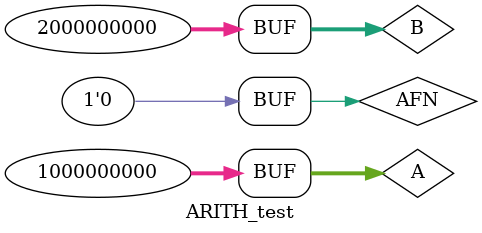
<source format=v>
 


module ARITH_test;

	// Inputs
	reg [31:0] A;
	reg [31:0] B;
	reg AFN;

	// Outputs
	wire [31:0] S;
	wire Z;
	wire V;
	wire N;

	// Instantiate the Unit Under Test (UUT)
	ARITH uut (
		.A(A), 
		.B(B), 
		.AFN(AFN), 
		.S(S), 
		.Z(Z), 
		.V(V), 
		.N(N)
	);

	initial begin
		// Initialize Inputs
		A = 0;
		B = 0;
		AFN = 0;

		// Wait 100 ns for global reset to finish
		#100;
        	end
      initial 
		begin
		
		#10 A=32'd10000      ; B=32'd221         ; AFN=1'd1;
		#10 A=32'd100000     ; B=32'd32457       ; AFN=1'd0;
		#10 A=32'd1002340    ; B=32'd1234221     ; AFN=1'd1;
		#10 A=32'd112000     ; B=32'd54321       ; AFN=1'd0;
		#10 A=32'd10000      ; B=32'd10000       ; AFN=1'd1;
		#10 A=32'd1000000000 ; B=32'd2000000000  ; AFN=1'd1;
		#10 A=32'd1000000000 ; B=32'd2000000000  ; AFN=1'd0;
		end
       endmodule


</source>
